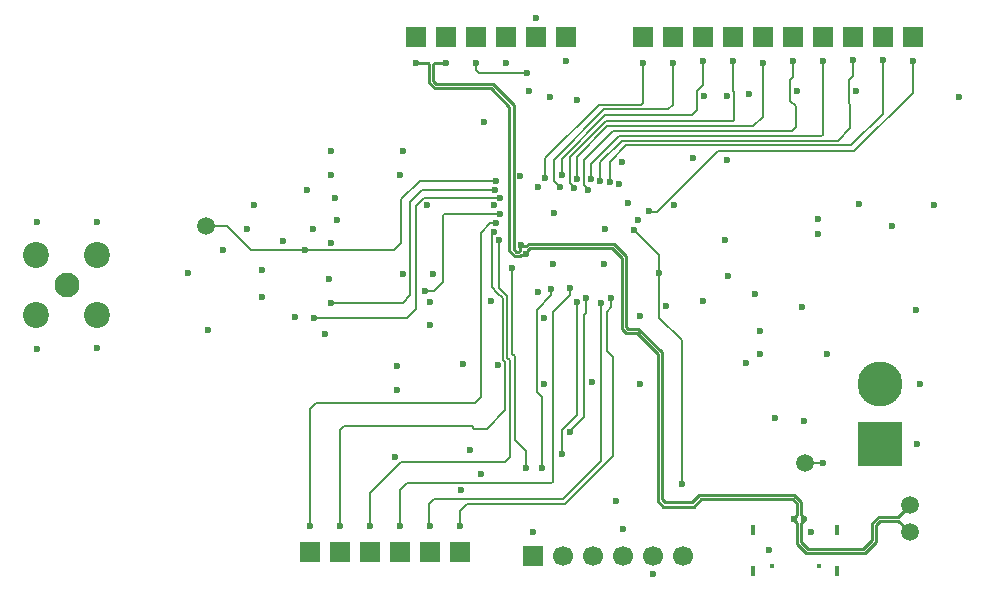
<source format=gbl>
G04*
G04 #@! TF.GenerationSoftware,Altium Limited,Altium Designer,22.11.1 (43)*
G04*
G04 Layer_Physical_Order=4*
G04 Layer_Color=16711680*
%FSLAX44Y44*%
%MOMM*%
G71*
G04*
G04 #@! TF.SameCoordinates,C070AB6A-2F18-4790-B33B-C4DBF4FCC7D7*
G04*
G04*
G04 #@! TF.FilePolarity,Positive*
G04*
G01*
G75*
%ADD13C,0.2000*%
%ADD81C,1.5000*%
%ADD84C,0.2206*%
%ADD90C,2.1000*%
%ADD91C,2.2000*%
%ADD92R,1.7000X1.7000*%
%ADD93R,1.8000X1.8000*%
%ADD94C,1.7000*%
%ADD95R,3.8100X3.8100*%
%ADD96C,3.8100*%
%ADD97C,0.4000*%
G04:AMPARAMS|DCode=98|XSize=0.9mm|YSize=0.3mm|CornerRadius=0.075mm|HoleSize=0mm|Usage=FLASHONLY|Rotation=270.000|XOffset=0mm|YOffset=0mm|HoleType=Round|Shape=RoundedRectangle|*
%AMROUNDEDRECTD98*
21,1,0.9000,0.1500,0,0,270.0*
21,1,0.7500,0.3000,0,0,270.0*
1,1,0.1500,-0.0750,-0.3750*
1,1,0.1500,-0.0750,0.3750*
1,1,0.1500,0.0750,0.3750*
1,1,0.1500,0.0750,-0.3750*
%
%ADD98ROUNDEDRECTD98*%
%ADD99C,0.6000*%
D13*
X887730Y487680D02*
Y525780D01*
Y540520D01*
X906780Y346710D02*
Y468630D01*
X887730Y487680D02*
X906780Y468630D01*
X879460Y577230D02*
X885840D01*
X937260Y628650D01*
X878840Y577850D02*
X879460Y577230D01*
X796290Y506730D02*
Y511810D01*
X783940Y425100D02*
Y494380D01*
X796290Y506730D01*
X783940Y425100D02*
X788670Y420370D01*
Y360680D02*
Y420370D01*
X843630Y459390D02*
X848360Y454660D01*
Y370840D02*
Y454660D01*
X807720Y330200D02*
X848360Y370840D01*
X838200Y366337D02*
Y500380D01*
X806162Y334298D02*
X838200Y366337D01*
X811963Y391593D02*
X824230Y403860D01*
Y489815D02*
X825880Y491465D01*
X824230Y403860D02*
Y489815D01*
X818395Y405645D02*
Y501365D01*
X805180Y392430D02*
X818395Y405645D01*
X797560Y348802D02*
Y492355D01*
X674020Y347630D02*
X796388D01*
X797560Y348802D01*
Y492355D02*
X812285Y507080D01*
X668020Y341630D02*
X674020Y347630D01*
X718820Y323850D02*
X725170Y330200D01*
X697518Y334298D02*
X806162D01*
X725170Y330200D02*
X807720D01*
X692978Y329758D02*
X697518Y334298D01*
X750570Y508865D02*
X755300Y504135D01*
X741680Y393700D02*
X757490Y409510D01*
X755300Y452415D02*
X757490Y450225D01*
X745840Y513595D02*
X750570Y508865D01*
X755300Y452415D02*
Y504135D01*
X757490Y409510D02*
Y450225D01*
X757368Y365760D02*
X761490Y369882D01*
X759300Y454072D02*
Y505792D01*
X763300Y457264D02*
Y529560D01*
X765490Y383860D02*
Y455074D01*
X759300Y454072D02*
X761490Y451882D01*
Y369882D02*
Y451882D01*
X763270Y529590D02*
X763300Y529560D01*
Y457264D02*
X765490Y455074D01*
Y383860D02*
X774700Y374650D01*
X751840Y513252D02*
X759300Y505792D01*
X669290Y365760D02*
X757368D01*
X736600Y420272D02*
Y559665D01*
X731618Y415290D02*
X736600Y420272D01*
Y559665D02*
X744560Y567625D01*
X774700Y360680D02*
Y374650D01*
X718820Y311150D02*
Y323850D01*
X1016000Y364490D02*
X1026160D01*
X732790Y697230D02*
Y703580D01*
Y697230D02*
X735330Y694690D01*
X775970D01*
X845820Y619760D02*
X859790Y633730D01*
X1050290D01*
X845820Y602370D02*
Y619760D01*
X837873Y603288D02*
Y619433D01*
X853820Y641730D02*
X1024988D01*
X856170Y637730D02*
X1039050D01*
X830113Y605233D02*
Y618023D01*
X853820Y641730D01*
X837873Y619433D02*
X856170Y637730D01*
X824113Y600476D02*
Y620913D01*
X848930Y645730D01*
X1000060D01*
X521970Y565150D02*
X542290Y544830D01*
X588010D01*
X662940D01*
X504190Y565150D02*
X521970D01*
X824113Y600476D02*
X827832Y596757D01*
X798747Y603741D02*
X803832Y598657D01*
X812113Y602257D02*
Y623558D01*
X827832Y595975D02*
Y596757D01*
X798747Y603741D02*
Y612057D01*
X818113Y605159D02*
Y623901D01*
X812113Y602257D02*
X815832Y598538D01*
Y597491D02*
Y598538D01*
X688439Y588975D02*
X753270D01*
X681990Y582525D02*
X688439Y588975D01*
X595630Y487680D02*
X674370D01*
X681990Y495300D01*
X676910Y506730D02*
Y585470D01*
X670560Y500380D02*
X676910Y506730D01*
X609600Y500380D02*
X670560D01*
X681990Y495300D02*
Y582525D01*
X706022Y575422D02*
X753270D01*
X704850Y574250D02*
X706022Y575422D01*
X704850Y518160D02*
Y574250D01*
X689610Y510540D02*
X697230D01*
X704850Y518160D01*
X676910Y585470D02*
X687285Y595845D01*
X744560Y567625D02*
X748690D01*
X687285Y595845D02*
X749172D01*
X662940Y544830D02*
X669290Y551180D01*
Y588010D01*
X685124Y603844D01*
X749310D01*
X747724Y559497D02*
Y560580D01*
X745840Y557613D02*
X747724Y559497D01*
X745840Y513595D02*
Y557613D01*
X748690Y567625D02*
X749455Y568390D01*
X751840Y513252D02*
Y553720D01*
X596900Y415290D02*
X731618D01*
X591820Y311150D02*
Y410210D01*
X596900Y415290D01*
X617220Y311150D02*
Y392430D01*
X620680Y395890D01*
X728980D01*
X731170Y393700D01*
X741680D01*
X642620Y311150D02*
Y339090D01*
X669290Y365760D01*
X668020Y311150D02*
Y341630D01*
X811963Y390727D02*
Y391593D01*
X805180Y372110D02*
Y392430D01*
X692978Y311592D02*
Y329758D01*
X812285Y507080D02*
Y512675D01*
X812690Y513080D01*
X692978Y311592D02*
X693420Y311150D01*
X843630Y459390D02*
Y493056D01*
X847090Y496516D01*
Y504190D01*
X825880Y491465D02*
Y504190D01*
X791516Y606300D02*
Y622606D01*
X798830Y612140D02*
Y621607D01*
X841433Y664210D01*
X798747Y612057D02*
X798830Y612140D01*
X841433Y664210D02*
X895350D01*
X837120Y668210D02*
X872490D01*
X791516Y622606D02*
X837120Y668210D01*
X872490D02*
X873760Y669480D01*
Y703580D01*
X805180Y608330D02*
Y622300D01*
X812113Y623558D02*
X842605Y654050D01*
X805180Y622300D02*
X842010Y659130D01*
X915670D01*
X895350Y664210D02*
X899160Y668020D01*
Y703580D01*
X937260Y628650D02*
X1052830D01*
X866092Y562158D02*
X887730Y540520D01*
X1052830Y628650D02*
X1102360Y678180D01*
X1026160Y642902D02*
Y704850D01*
X1039050Y637730D02*
X1049462Y648142D01*
X967230Y649730D02*
X975360Y657860D01*
X843941Y649730D02*
X967230D01*
X818113Y623901D02*
X843941Y649730D01*
X1000060Y645730D02*
X1003300Y648970D01*
X1024988Y641730D02*
X1026160Y642902D01*
X1050290Y633730D02*
X1076960Y660400D01*
X1102360Y678180D02*
Y704850D01*
X1076960Y660400D02*
Y706120D01*
X842605Y654050D02*
X950058D01*
X951230Y655222D02*
Y678860D01*
X950058Y654050D02*
X951230Y655222D01*
X915670Y659130D02*
X919830Y663290D01*
Y679800D02*
X924560Y684530D01*
Y704850D01*
X919830Y663290D02*
Y679800D01*
X949960Y680130D02*
Y704850D01*
Y680130D02*
X951230Y678860D01*
X975360Y657860D02*
Y703580D01*
X998570Y671486D02*
Y689271D01*
Y671486D02*
X1003300Y666756D01*
X1000760Y691461D02*
Y704850D01*
X998570Y689271D02*
X1000760Y691461D01*
X1003300Y648970D02*
Y666756D01*
X1049462Y648142D02*
Y668026D01*
X1048100Y669387D02*
X1049462Y668026D01*
X1048100Y669387D02*
Y689271D01*
X1051560Y692731D02*
Y706120D01*
X1048100Y689271D02*
X1051560Y692731D01*
D81*
X1010920Y364490D02*
D03*
X504190Y565150D02*
D03*
X1099820Y328930D02*
D03*
Y306070D02*
D03*
D84*
X1090128Y319238D02*
X1099820Y328930D01*
X1007768Y320689D02*
X1010030Y318427D01*
X1073618Y319238D02*
X1090128D01*
X1010030Y316573D02*
Y317500D01*
Y318427D01*
X921850Y337486D02*
X1002200D01*
X1007768Y331918D01*
X890270Y334010D02*
Y458470D01*
X915752Y331388D02*
X921850Y337486D01*
X892892Y331388D02*
X915752D01*
X1007768Y320689D02*
Y331918D01*
X890270Y334010D02*
X892892Y331388D01*
X1068070Y313690D02*
X1073618Y319238D01*
X1068070Y299720D02*
Y313690D01*
X1007768Y314311D02*
X1010030Y316573D01*
X1013460Y292100D02*
X1060450D01*
X1068070Y299720D01*
X1007768Y297792D02*
X1013460Y292100D01*
X1007768Y297792D02*
Y314311D01*
X776746Y550172D02*
X849537D01*
X775512Y548938D02*
X776746Y550172D01*
X699102Y685466D02*
X746930D01*
X764540Y667856D01*
X771002Y548938D02*
X775512D01*
X770890Y549050D02*
X771002Y548938D01*
X696428Y702288D02*
X697720Y703580D01*
X707390D01*
X696428Y688140D02*
X699102Y685466D01*
X696428Y688140D02*
Y702288D01*
X849537Y550172D02*
X859790Y539920D01*
Y479748D02*
Y539920D01*
X861082Y478456D02*
X870284D01*
X890270Y458470D01*
X859790Y479748D02*
X861082Y478456D01*
X770223Y548383D02*
X770890Y549050D01*
X770223Y545207D02*
Y548383D01*
X764540Y546002D02*
Y667856D01*
X766865Y543677D02*
X768693D01*
X770223Y545207D01*
X764540Y546002D02*
X766865Y543677D01*
X1004292Y320689D02*
Y330478D01*
X1002030Y318427D02*
X1004292Y320689D01*
X1000760Y334010D02*
X1004292Y330478D01*
X1075058Y315762D02*
X1090128D01*
X1071546Y312250D02*
X1075058Y315762D01*
X1002030Y316573D02*
X1004292Y314311D01*
X923290Y334010D02*
X1000760D01*
X917192Y327912D02*
X923290Y334010D01*
X886794Y332570D02*
X891452Y327912D01*
X917192D01*
X1002030Y316573D02*
Y317500D01*
Y318427D01*
X1090128Y315762D02*
X1099820Y306070D01*
X1071546Y298280D02*
Y312250D01*
X1012020Y288624D02*
X1061890D01*
X1071546Y298280D01*
X1004292Y296352D02*
X1012020Y288624D01*
X1004292Y296352D02*
Y314311D01*
X761064Y544562D02*
Y666416D01*
X775549Y544060D02*
X778186Y546696D01*
X697662Y681990D02*
X745490D01*
X761064Y666416D01*
X778186Y546696D02*
X848098D01*
X681990Y703580D02*
X691660D01*
X692952Y686700D02*
Y702288D01*
Y686700D02*
X697662Y681990D01*
X691660Y703580D02*
X692952Y702288D01*
X856314Y478308D02*
Y538480D01*
Y478308D02*
X859642Y474980D01*
X848098Y546696D02*
X856314Y538480D01*
X868844Y474980D02*
X886794Y457030D01*
Y332570D02*
Y457030D01*
X859642Y474980D02*
X868844D01*
X774301Y540905D02*
X774824Y541427D01*
X761064Y544562D02*
X765425Y540201D01*
X770836Y540905D02*
X774301D01*
X770133Y540201D02*
X770836Y540905D01*
X765425Y540201D02*
X770133D01*
D90*
X386080Y515620D02*
D03*
D91*
X360580Y490120D02*
D03*
Y541120D02*
D03*
X411580Y490120D02*
D03*
Y541120D02*
D03*
D92*
X808990Y725170D02*
D03*
X783590D02*
D03*
X758190D02*
D03*
X732790D02*
D03*
X707390D02*
D03*
X681990D02*
D03*
X781050Y285750D02*
D03*
D93*
X718820Y289560D02*
D03*
X693420D02*
D03*
X668020D02*
D03*
X642620D02*
D03*
X617220D02*
D03*
X591820D02*
D03*
X1102360Y725170D02*
D03*
X1076960D02*
D03*
X1051560D02*
D03*
X1026160D02*
D03*
X1000760D02*
D03*
X975360D02*
D03*
X949960D02*
D03*
X924560D02*
D03*
X899160D02*
D03*
X873760D02*
D03*
D94*
X882650Y285750D02*
D03*
X857250D02*
D03*
X831850D02*
D03*
X806450D02*
D03*
X908050D02*
D03*
D95*
X1074420Y381000D02*
D03*
D96*
Y431800D02*
D03*
D97*
X983000Y277830D02*
D03*
X1023000D02*
D03*
D98*
X967250Y308080D02*
D03*
Y273580D02*
D03*
X1038750D02*
D03*
Y308080D02*
D03*
D99*
X1076960Y706120D02*
D03*
X1051560D02*
D03*
X882650Y270510D02*
D03*
X980440Y290830D02*
D03*
X1016000Y306070D02*
D03*
X1026160Y364490D02*
D03*
X906780Y346710D02*
D03*
X1002030Y317500D02*
D03*
X1010030D02*
D03*
X1106170Y381000D02*
D03*
X1010220Y400477D02*
D03*
X985520Y402590D02*
D03*
X1108710Y431800D02*
D03*
X961390Y449580D02*
D03*
X972820Y457200D02*
D03*
X1029970Y457200D02*
D03*
X972820Y476250D02*
D03*
X1104900Y494030D02*
D03*
X1008380Y496570D02*
D03*
X893730Y497840D02*
D03*
X924560Y501650D02*
D03*
X969010Y508000D02*
D03*
X946150Y523240D02*
D03*
X887730Y525780D02*
D03*
X1022350Y558800D02*
D03*
X1084580Y565150D02*
D03*
X1022350Y571500D02*
D03*
X1120140Y582930D02*
D03*
X1056640Y584200D02*
D03*
X944880Y621030D02*
D03*
X1141730Y674370D02*
D03*
X944880Y675640D02*
D03*
X963930Y676910D02*
D03*
X1004570Y679450D02*
D03*
X1054100D02*
D03*
X975360Y703580D02*
D03*
X949960Y704850D02*
D03*
X1000760D02*
D03*
X1026160D02*
D03*
X1102360D02*
D03*
X788670Y360680D02*
D03*
X781050Y306070D02*
D03*
X774700Y360680D02*
D03*
X360680Y461010D02*
D03*
X411480Y462280D02*
D03*
X505460Y477520D02*
D03*
X551434Y505460D02*
D03*
X579861Y488765D02*
D03*
X609600Y500380D02*
D03*
X608330Y520700D02*
D03*
X595630Y487680D02*
D03*
X604520Y473710D02*
D03*
X690880Y582930D02*
D03*
X670560Y524510D02*
D03*
X693420Y481330D02*
D03*
X789940Y487680D02*
D03*
X693420Y501270D02*
D03*
X745490Y501650D02*
D03*
X488950Y525780D02*
D03*
X551180Y528320D02*
D03*
X411480Y568960D02*
D03*
X360680D02*
D03*
X588010Y544830D02*
D03*
X518160D02*
D03*
X589280Y595630D02*
D03*
X609600Y551180D02*
D03*
X568960Y552450D02*
D03*
X609600Y628650D02*
D03*
X544830Y582930D02*
D03*
X594360Y562610D02*
D03*
X538480Y562610D02*
D03*
X609600Y608330D02*
D03*
X791516Y606300D02*
D03*
X763270Y529590D02*
D03*
X749310Y603844D02*
D03*
X751840Y553720D02*
D03*
X747724Y560580D02*
D03*
X749455Y568390D02*
D03*
X753270Y575422D02*
D03*
X748030Y582930D02*
D03*
X753270Y588975D02*
D03*
X749172Y595845D02*
D03*
X784860Y598170D02*
D03*
X770890Y549050D02*
D03*
X774824Y541427D02*
D03*
X668020Y608330D02*
D03*
X670560Y628650D02*
D03*
X739840Y653350D02*
D03*
X777240Y679450D02*
D03*
X775970Y694690D02*
D03*
X783590Y741680D02*
D03*
X732790Y703580D02*
D03*
X758190D02*
D03*
X681990D02*
D03*
X707390D02*
D03*
X796290Y511810D02*
D03*
X805180Y372110D02*
D03*
X811963Y390727D02*
D03*
X812690Y513080D02*
D03*
X818395Y501365D02*
D03*
X825880Y504190D02*
D03*
X830580Y433070D02*
D03*
X838200Y500380D02*
D03*
X847090Y504190D02*
D03*
X850900Y332740D02*
D03*
X857250Y308610D02*
D03*
X871220Y431450D02*
D03*
Y488950D02*
D03*
X943610Y553720D02*
D03*
X866092Y562158D02*
D03*
X842010Y562610D02*
D03*
X869950Y570230D02*
D03*
X798830Y576580D02*
D03*
X878840Y577850D02*
D03*
X900430Y582930D02*
D03*
X861207Y584813D02*
D03*
X827832Y595975D02*
D03*
X815832Y597491D02*
D03*
X803832Y598657D02*
D03*
X853746Y601287D02*
D03*
X845820Y602370D02*
D03*
X818113Y605159D02*
D03*
X830113Y605233D02*
D03*
X805180Y608330D02*
D03*
X855980Y619760D02*
D03*
X916015Y622650D02*
D03*
X817880Y671830D02*
D03*
X795020Y674370D02*
D03*
X925830Y675640D02*
D03*
X873760Y703580D02*
D03*
X899160D02*
D03*
X808990Y704850D02*
D03*
X924560D02*
D03*
X617220Y311150D02*
D03*
X642620D02*
D03*
X668020D02*
D03*
X718820D02*
D03*
X693420D02*
D03*
X720090Y341630D02*
D03*
X736600Y355600D02*
D03*
X664210Y369570D02*
D03*
X591820Y311150D02*
D03*
X784860Y509270D02*
D03*
X689610Y510540D02*
D03*
X696042Y524510D02*
D03*
X727710Y375920D02*
D03*
X665480Y426720D02*
D03*
X789940Y431800D02*
D03*
X665480Y447040D02*
D03*
X751490Y447740D02*
D03*
X721360Y448310D02*
D03*
X613410Y589280D02*
D03*
X614680Y570230D02*
D03*
X769913Y607685D02*
D03*
X797560Y533400D02*
D03*
X840740D02*
D03*
X837873Y603288D02*
D03*
M02*

</source>
